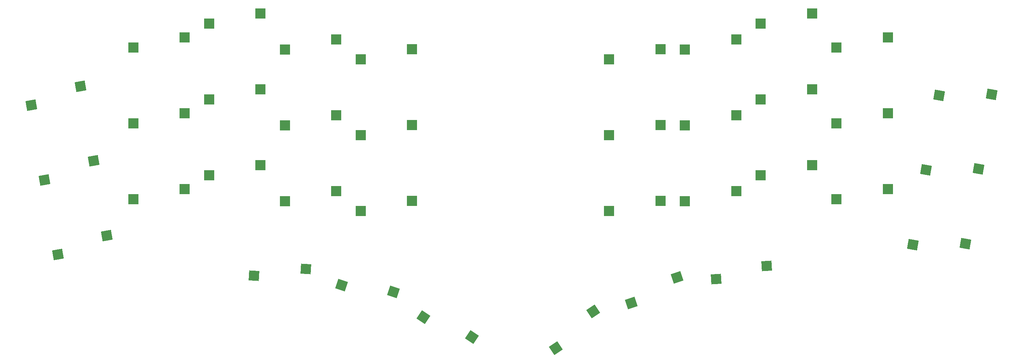
<source format=gbp>
G04 #@! TF.GenerationSoftware,KiCad,Pcbnew,6.0.5*
G04 #@! TF.CreationDate,2022-06-08T18:37:02-03:00*
G04 #@! TF.ProjectId,tenax,74656e61-782e-46b6-9963-61645f706362,rev?*
G04 #@! TF.SameCoordinates,Original*
G04 #@! TF.FileFunction,Paste,Bot*
G04 #@! TF.FilePolarity,Positive*
%FSLAX46Y46*%
G04 Gerber Fmt 4.6, Leading zero omitted, Abs format (unit mm)*
G04 Created by KiCad (PCBNEW 6.0.5) date 2022-06-08 18:37:02*
%MOMM*%
%LPD*%
G01*
G04 APERTURE LIST*
G04 Aperture macros list*
%AMRotRect*
0 Rectangle, with rotation*
0 The origin of the aperture is its center*
0 $1 length*
0 $2 width*
0 $3 Rotation angle, in degrees counterclockwise*
0 Add horizontal line*
21,1,$1,$2,0,0,$3*%
G04 Aperture macros list end*
%ADD10R,2.550000X2.500000*%
%ADD11RotRect,2.550000X2.500000X170.000000*%
%ADD12RotRect,2.550000X2.500000X190.000000*%
%ADD13RotRect,2.550000X2.500000X176.500000*%
%ADD14RotRect,2.550000X2.500000X213.500000*%
%ADD15RotRect,2.550000X2.500000X183.500000*%
%ADD16RotRect,2.550000X2.500000X198.500000*%
%ADD17RotRect,2.550000X2.500000X161.500000*%
%ADD18RotRect,2.550000X2.500000X146.500000*%
G04 APERTURE END LIST*
D10*
X75463998Y-77089002D03*
X88390998Y-74549002D03*
X195063999Y-64539001D03*
X207990999Y-61999001D03*
X227040999Y-55499002D03*
X214113999Y-58039002D03*
D11*
X268841586Y-94561636D03*
X255669909Y-94818298D03*
D10*
X56413999Y-102139000D03*
X69340999Y-99599000D03*
X227040998Y-93599001D03*
X214113998Y-96139001D03*
X113564000Y-105139001D03*
X126491000Y-102599001D03*
X75463998Y-58039001D03*
X88390998Y-55499001D03*
X94513999Y-102639002D03*
X107440999Y-100099002D03*
D11*
X265533584Y-113322238D03*
X252361907Y-113578900D03*
D10*
X113563999Y-86088999D03*
X126490999Y-83548999D03*
X246090999Y-99599003D03*
X233163999Y-102139003D03*
D11*
X272149584Y-75801038D03*
X258977907Y-76057700D03*
D12*
X37431376Y-116039493D03*
X49720919Y-111293331D03*
D10*
X75464000Y-96139002D03*
X88391000Y-93599002D03*
X56413999Y-64039000D03*
X69340999Y-61499000D03*
X246090998Y-61499000D03*
X233163998Y-64039000D03*
X56414000Y-83089002D03*
X69341000Y-80549002D03*
D12*
X34123376Y-97278892D03*
X46412919Y-92532730D03*
D10*
X176013998Y-86089000D03*
X188940998Y-83549000D03*
D13*
X86733456Y-121375408D03*
X99791408Y-119629320D03*
D14*
X162596536Y-139583468D03*
X171974258Y-130330508D03*
D15*
X215618828Y-118916033D03*
X202871003Y-122240470D03*
D12*
X30815377Y-78518293D03*
X43104920Y-73772131D03*
D10*
X195064001Y-83589000D03*
X207991001Y-81049000D03*
X246090999Y-80549001D03*
X233163999Y-83089001D03*
X195063999Y-102639002D03*
X207990999Y-100099002D03*
X113563999Y-67039002D03*
X126490999Y-64499002D03*
X227040999Y-74549003D03*
X214113999Y-77089003D03*
X176013999Y-67039002D03*
X188940999Y-64499002D03*
X94513999Y-83589002D03*
X107440999Y-81049002D03*
D16*
X181592214Y-128260830D03*
X193045240Y-121750291D03*
D17*
X108718081Y-123764611D03*
X121783014Y-125457667D03*
D10*
X176013999Y-105139002D03*
X188940999Y-102599002D03*
X94514000Y-64539000D03*
X107441000Y-61999000D03*
D18*
X129335276Y-131762520D03*
X141516838Y-136779340D03*
M02*

</source>
